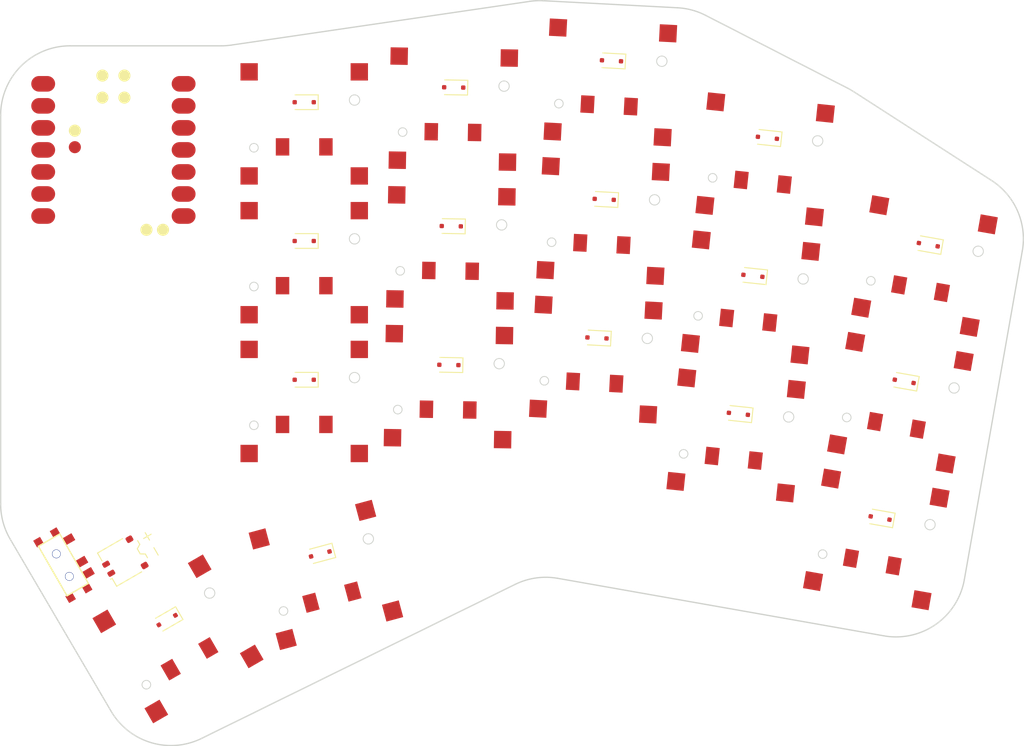
<source format=kicad_pcb>
(kicad_pcb (version 20171130) (host pcbnew 5.1.6)
  (title_block (title "splave-ferris_pg1316s_right_unrouted") (rev "v1.0.0") (company "Unknown"))
  (layers (0 F.Cu signal) (31 B.Cu signal) (34 B.Paste user) (35 F.Paste user) (36 B.SilkS user) (37 F.SilkS user) (38 B.Mask user) (39 F.Mask user) (44 Edge.Cuts user))
  (net 0 "")
  (net 1 "D3")
  (net 2 "mirror_pinky_bottom")
  (net 3 "mirror_pinky_home")
  (net 4 "mirror_pinky_top")
  (net 5 "D5")
  (net 6 "mirror_ring_bottom")
  (net 7 "mirror_ring_home")
  (net 8 "mirror_ring_top")
  (net 9 "D9")
  (net 10 "mirror_middle_bottom")
  (net 11 "mirror_middle_home")
  (net 12 "mirror_middle_top")
  (net 13 "D2")
  (net 14 "mirror_index_bottom")
  (net 15 "mirror_index_home")
  (net 16 "mirror_index_top")
  (net 17 "D1")
  (net 18 "mirror_inner_bottom")
  (net 19 "mirror_inner_home")
  (net 20 "mirror_inner_top")
  (net 21 "mirror_near_fan")
  (net 22 "mirror_far_fan")
  (net 23 "D4")
  (net 24 "D8")
  (net 25 "D10")
  (net 26 "D0")
  (net 27 "D6")
  (net 28 "D7")
  (net 29 "RAW3V3")
  (net 30 "RAW5V")
  (net 31 "CLK")
  (net 32 "DIO")
  (net 33 "GND")
  (net 34 "RST")
  (net 35 "BAT")
  (net 36 "NFC1")
  (net 37 "NFC2")
  (net 38 "BAT_P")
  (footprint "CPG1316S01D02_mikeholscher" (at 315.5892585 143.6773863 -10) (layer "F.Cu")
    (property "Reference" "S1" hide)
    (pad "1" smd rect (at -2.5 2.65 -10) (size 1.55 2) (layers "F.Cu" "F.Paste" "F.Mask") (net 2 "mirror_pinky_bottom"))
    (pad "2" smd rect (at 2.5 2.65 -10) (size 1.55 2) (layers "F.Cu" "F.Paste" "F.Mask") (net 1 "D3"))
    (pad "3" smd rect (at -6.35 -6 -10) (size 2 2) (layers "F.Cu" "F.Paste" "F.Mask"))
    (pad "3" smd rect (at -6.35 6 -10) (size 2 2) (layers "F.Cu" "F.Paste" "F.Mask"))
    (pad "3" smd rect (at 6.35 -6 -10) (size 2 2) (layers "F.Cu" "F.Paste" "F.Mask"))
    (pad "3" smd rect (at 6.35 6 -10) (size 2 2) (layers "F.Cu" "F.Paste" "F.Mask"))
    (fp_circle (center -5.8 2.75) (end -5.3 2.75) (stroke (width 0.1)) (fill none) (layer "Edge.Cuts"))
    (fp_circle (center 5.8 -2.75) (end 6.4 -2.75) (stroke (width 0.1)) (fill none) (layer "Edge.Cuts"))
  )
  (footprint "CPG1316S01D02_mikeholscher" (at 318.36762940000006 127.9204622 -10) (layer "F.Cu")
    (property "Reference" "S2" hide)
    (pad "1" smd rect (at -2.5 2.65 -10) (size 1.55 2) (layers "F.Cu" "F.Paste" "F.Mask") (net 3 "mirror_pinky_home"))
    (pad "2" smd rect (at 2.5 2.65 -10) (size 1.55 2) (layers "F.Cu" "F.Paste" "F.Mask") (net 1 "D3"))
    (pad "3" smd rect (at -6.35 -6 -10) (size 2 2) (layers "F.Cu" "F.Paste" "F.Mask"))
    (pad "3" smd rect (at -6.35 6 -10) (size 2 2) (layers "F.Cu" "F.Paste" "F.Mask"))
    (pad "3" smd rect (at 6.35 -6 -10) (size 2 2) (layers "F.Cu" "F.Paste" "F.Mask"))
    (pad "3" smd rect (at 6.35 6 -10) (size 2 2) (layers "F.Cu" "F.Paste" "F.Mask"))
    (fp_circle (center -5.8 2.75) (end -5.3 2.75) (stroke (width 0.1)) (fill none) (layer "Edge.Cuts"))
    (fp_circle (center 5.8 -2.75) (end 6.4 -2.75) (stroke (width 0.1)) (fill none) (layer "Edge.Cuts"))
  )
  (footprint "CPG1316S01D02_mikeholscher" (at 321.1460002 112.1635382 -10) (layer "F.Cu")
    (property "Reference" "S3" hide)
    (pad "1" smd rect (at -2.5 2.65 -10) (size 1.55 2) (layers "F.Cu" "F.Paste" "F.Mask") (net 4 "mirror_pinky_top"))
    (pad "2" smd rect (at 2.5 2.65 -10) (size 1.55 2) (layers "F.Cu" "F.Paste" "F.Mask") (net 1 "D3"))
    (pad "3" smd rect (at -6.35 -6 -10) (size 2 2) (layers "F.Cu" "F.Paste" "F.Mask"))
    (pad "3" smd rect (at -6.35 6 -10) (size 2 2) (layers "F.Cu" "F.Paste" "F.Mask"))
    (pad "3" smd rect (at 6.35 -6 -10) (size 2 2) (layers "F.Cu" "F.Paste" "F.Mask"))
    (pad "3" smd rect (at 6.35 6 -10) (size 2 2) (layers "F.Cu" "F.Paste" "F.Mask"))
    (fp_circle (center -5.8 2.75) (end -5.3 2.75) (stroke (width 0.1)) (fill none) (layer "Edge.Cuts"))
    (fp_circle (center 5.8 -2.75) (end 6.4 -2.75) (stroke (width 0.1)) (fill none) (layer "Edge.Cuts"))
  )
  (footprint "CPG1316S01D02_mikeholscher" (at 299.4255526 131.6884493 -6) (layer "F.Cu")
    (property "Reference" "S4" hide)
    (pad "1" smd rect (at -2.5 2.65 -6) (size 1.55 2) (layers "F.Cu" "F.Paste" "F.Mask") (net 6 "mirror_ring_bottom"))
    (pad "2" smd rect (at 2.5 2.65 -6) (size 1.55 2) (layers "F.Cu" "F.Paste" "F.Mask") (net 5 "D5"))
    (pad "3" smd rect (at -6.35 -6 -6) (size 2 2) (layers "F.Cu" "F.Paste" "F.Mask"))
    (pad "3" smd rect (at -6.35 6 -6) (size 2 2) (layers "F.Cu" "F.Paste" "F.Mask"))
    (pad "3" smd rect (at 6.35 -6 -6) (size 2 2) (layers "F.Cu" "F.Paste" "F.Mask"))
    (pad "3" smd rect (at 6.35 6 -6) (size 2 2) (layers "F.Cu" "F.Paste" "F.Mask"))
    (fp_circle (center -5.8 2.75) (end -5.3 2.75) (stroke (width 0.1)) (fill none) (layer "Edge.Cuts"))
    (fp_circle (center 5.8 -2.75) (end 6.4 -2.75) (stroke (width 0.1)) (fill none) (layer "Edge.Cuts"))
  )
  (footprint "CPG1316S01D02_mikeholscher" (at 301.09800800000005 115.776099 -6) (layer "F.Cu")
    (property "Reference" "S5" hide)
    (pad "1" smd rect (at -2.5 2.65 -6) (size 1.55 2) (layers "F.Cu" "F.Paste" "F.Mask") (net 7 "mirror_ring_home"))
    (pad "2" smd rect (at 2.5 2.65 -6) (size 1.55 2) (layers "F.Cu" "F.Paste" "F.Mask") (net 5 "D5"))
    (pad "3" smd rect (at -6.35 -6 -6) (size 2 2) (layers "F.Cu" "F.Paste" "F.Mask"))
    (pad "3" smd rect (at -6.35 6 -6) (size 2 2) (layers "F.Cu" "F.Paste" "F.Mask"))
    (pad "3" smd rect (at 6.35 -6 -6) (size 2 2) (layers "F.Cu" "F.Paste" "F.Mask"))
    (pad "3" smd rect (at 6.35 6 -6) (size 2 2) (layers "F.Cu" "F.Paste" "F.Mask"))
    (fp_circle (center -5.8 2.75) (end -5.3 2.75) (stroke (width 0.1)) (fill none) (layer "Edge.Cuts"))
    (fp_circle (center 5.8 -2.75) (end 6.4 -2.75) (stroke (width 0.1)) (fill none) (layer "Edge.Cuts"))
  )
  (footprint "CPG1316S01D02_mikeholscher" (at 302.77046340000004 99.8637486 -6) (layer "F.Cu")
    (property "Reference" "S6" hide)
    (pad "1" smd rect (at -2.5 2.65 -6) (size 1.55 2) (layers "F.Cu" "F.Paste" "F.Mask") (net 8 "mirror_ring_top"))
    (pad "2" smd rect (at 2.5 2.65 -6) (size 1.55 2) (layers "F.Cu" "F.Paste" "F.Mask") (net 5 "D5"))
    (pad "3" smd rect (at -6.35 -6 -6) (size 2 2) (layers "F.Cu" "F.Paste" "F.Mask"))
    (pad "3" smd rect (at -6.35 6 -6) (size 2 2) (layers "F.Cu" "F.Paste" "F.Mask"))
    (pad "3" smd rect (at 6.35 -6 -6) (size 2 2) (layers "F.Cu" "F.Paste" "F.Mask"))
    (pad "3" smd rect (at 6.35 6 -6) (size 2 2) (layers "F.Cu" "F.Paste" "F.Mask"))
    (fp_circle (center -5.8 2.75) (end -5.3 2.75) (stroke (width 0.1)) (fill none) (layer "Edge.Cuts"))
    (fp_circle (center 5.8 -2.75) (end 6.4 -2.75) (stroke (width 0.1)) (fill none) (layer "Edge.Cuts"))
  )
  (footprint "CPG1316S01D02_mikeholscher" (at 283.25037960000003 122.9498121 -3) (layer "F.Cu")
    (property "Reference" "S7" hide)
    (pad "1" smd rect (at -2.5 2.65 -3) (size 1.55 2) (layers "F.Cu" "F.Paste" "F.Mask") (net 10 "mirror_middle_bottom"))
    (pad "2" smd rect (at 2.5 2.65 -3) (size 1.55 2) (layers "F.Cu" "F.Paste" "F.Mask") (net 9 "D9"))
    (pad "3" smd rect (at -6.35 -6 -3) (size 2 2) (layers "F.Cu" "F.Paste" "F.Mask"))
    (pad "3" smd rect (at -6.35 6 -3) (size 2 2) (layers "F.Cu" "F.Paste" "F.Mask"))
    (pad "3" smd rect (at 6.35 -6 -3) (size 2 2) (layers "F.Cu" "F.Paste" "F.Mask"))
    (pad "3" smd rect (at 6.35 6 -3) (size 2 2) (layers "F.Cu" "F.Paste" "F.Mask"))
    (fp_circle (center -5.8 2.75) (end -5.3 2.75) (stroke (width 0.1)) (fill none) (layer "Edge.Cuts"))
    (fp_circle (center 5.8 -2.75) (end 6.4 -2.75) (stroke (width 0.1)) (fill none) (layer "Edge.Cuts"))
  )
  (footprint "CPG1316S01D02_mikeholscher" (at 284.08775490000005 106.9717396 -3) (layer "F.Cu")
    (property "Reference" "S8" hide)
    (pad "1" smd rect (at -2.5 2.65 -3) (size 1.55 2) (layers "F.Cu" "F.Paste" "F.Mask") (net 11 "mirror_middle_home"))
    (pad "2" smd rect (at 2.5 2.65 -3) (size 1.55 2) (layers "F.Cu" "F.Paste" "F.Mask") (net 9 "D9"))
    (pad "3" smd rect (at -6.35 -6 -3) (size 2 2) (layers "F.Cu" "F.Paste" "F.Mask"))
    (pad "3" smd rect (at -6.35 6 -3) (size 2 2) (layers "F.Cu" "F.Paste" "F.Mask"))
    (pad "3" smd rect (at 6.35 -6 -3) (size 2 2) (layers "F.Cu" "F.Paste" "F.Mask"))
    (pad "3" smd rect (at 6.35 6 -3) (size 2 2) (layers "F.Cu" "F.Paste" "F.Mask"))
    (fp_circle (center -5.8 2.75) (end -5.3 2.75) (stroke (width 0.1)) (fill none) (layer "Edge.Cuts"))
    (fp_circle (center 5.8 -2.75) (end 6.4 -2.75) (stroke (width 0.1)) (fill none) (layer "Edge.Cuts"))
  )
  (footprint "CPG1316S01D02_mikeholscher" (at 284.92513010000005 90.9936671 -3) (layer "F.Cu")
    (property "Reference" "S9" hide)
    (pad "1" smd rect (at -2.5 2.65 -3) (size 1.55 2) (layers "F.Cu" "F.Paste" "F.Mask") (net 12 "mirror_middle_top"))
    (pad "2" smd rect (at 2.5 2.65 -3) (size 1.55 2) (layers "F.Cu" "F.Paste" "F.Mask") (net 9 "D9"))
    (pad "3" smd rect (at -6.35 -6 -3) (size 2 2) (layers "F.Cu" "F.Paste" "F.Mask"))
    (pad "3" smd rect (at -6.35 6 -3) (size 2 2) (layers "F.Cu" "F.Paste" "F.Mask"))
    (pad "3" smd rect (at 6.35 -6 -3) (size 2 2) (layers "F.Cu" "F.Paste" "F.Mask"))
    (pad "3" smd rect (at 6.35 6 -3) (size 2 2) (layers "F.Cu" "F.Paste" "F.Mask"))
    (fp_circle (center -5.8 2.75) (end -5.3 2.75) (stroke (width 0.1)) (fill none) (layer "Edge.Cuts"))
    (fp_circle (center 5.8 -2.75) (end 6.4 -2.75) (stroke (width 0.1)) (fill none) (layer "Edge.Cuts"))
  )
  (footprint "CPG1316S01D02_mikeholscher" (at 266.2640596 126.0650863 -1) (layer "F.Cu")
    (property "Reference" "S10" hide)
    (pad "1" smd rect (at -2.5 2.65 -1) (size 1.55 2) (layers "F.Cu" "F.Paste" "F.Mask") (net 14 "mirror_index_bottom"))
    (pad "2" smd rect (at 2.5 2.65 -1) (size 1.55 2) (layers "F.Cu" "F.Paste" "F.Mask") (net 13 "D2"))
    (pad "3" smd rect (at -6.35 -6 -1) (size 2 2) (layers "F.Cu" "F.Paste" "F.Mask"))
    (pad "3" smd rect (at -6.35 6 -1) (size 2 2) (layers "F.Cu" "F.Paste" "F.Mask"))
    (pad "3" smd rect (at 6.35 -6 -1) (size 2 2) (layers "F.Cu" "F.Paste" "F.Mask"))
    (pad "3" smd rect (at 6.35 6 -1) (size 2 2) (layers "F.Cu" "F.Paste" "F.Mask"))
    (fp_circle (center -5.8 2.75) (end -5.3 2.75) (stroke (width 0.1)) (fill none) (layer "Edge.Cuts"))
    (fp_circle (center 5.8 -2.75) (end 6.4 -2.75) (stroke (width 0.1)) (fill none) (layer "Edge.Cuts"))
  )
  (footprint "CPG1316S01D02_mikeholscher" (at 266.5432982 110.0675232 -1) (layer "F.Cu")
    (property "Reference" "S11" hide)
    (pad "1" smd rect (at -2.5 2.65 -1) (size 1.55 2) (layers "F.Cu" "F.Paste" "F.Mask") (net 15 "mirror_index_home"))
    (pad "2" smd rect (at 2.5 2.65 -1) (size 1.55 2) (layers "F.Cu" "F.Paste" "F.Mask") (net 13 "D2"))
    (pad "3" smd rect (at -6.35 -6 -1) (size 2 2) (layers "F.Cu" "F.Paste" "F.Mask"))
    (pad "3" smd rect (at -6.35 6 -1) (size 2 2) (layers "F.Cu" "F.Paste" "F.Mask"))
    (pad "3" smd rect (at 6.35 -6 -1) (size 2 2) (layers "F.Cu" "F.Paste" "F.Mask"))
    (pad "3" smd rect (at 6.35 6 -1) (size 2 2) (layers "F.Cu" "F.Paste" "F.Mask"))
    (fp_circle (center -5.8 2.75) (end -5.3 2.75) (stroke (width 0.1)) (fill none) (layer "Edge.Cuts"))
    (fp_circle (center 5.8 -2.75) (end 6.4 -2.75) (stroke (width 0.1)) (fill none) (layer "Edge.Cuts"))
  )
  (footprint "CPG1316S01D02_mikeholscher" (at 266.8225367 94.0699601 -1) (layer "F.Cu")
    (property "Reference" "S12" hide)
    (pad "1" smd rect (at -2.5 2.65 -1) (size 1.55 2) (layers "F.Cu" "F.Paste" "F.Mask") (net 16 "mirror_index_top"))
    (pad "2" smd rect (at 2.5 2.65 -1) (size 1.55 2) (layers "F.Cu" "F.Paste" "F.Mask") (net 13 "D2"))
    (pad "3" smd rect (at -6.35 -6 -1) (size 2 2) (layers "F.Cu" "F.Paste" "F.Mask"))
    (pad "3" smd rect (at -6.35 6 -1) (size 2 2) (layers "F.Cu" "F.Paste" "F.Mask"))
    (pad "3" smd rect (at 6.35 -6 -1) (size 2 2) (layers "F.Cu" "F.Paste" "F.Mask"))
    (pad "3" smd rect (at 6.35 6 -1) (size 2 2) (layers "F.Cu" "F.Paste" "F.Mask"))
    (fp_circle (center -5.8 2.75) (end -5.3 2.75) (stroke (width 0.1)) (fill none) (layer "Edge.Cuts"))
    (fp_circle (center 5.8 -2.75) (end 6.4 -2.75) (stroke (width 0.1)) (fill none) (layer "Edge.Cuts"))
  )
  (footprint "CPG1316S01D02_mikeholscher" (at 249.631683 127.7750717 0) (layer "F.Cu")
    (property "Reference" "S13" hide)
    (pad "1" smd rect (at -2.5 2.65 0) (size 1.55 2) (layers "F.Cu" "F.Paste" "F.Mask") (net 18 "mirror_inner_bottom"))
    (pad "2" smd rect (at 2.5 2.65 0) (size 1.55 2) (layers "F.Cu" "F.Paste" "F.Mask") (net 17 "D1"))
    (pad "3" smd rect (at -6.35 -6 0) (size 2 2) (layers "F.Cu" "F.Paste" "F.Mask"))
    (pad "3" smd rect (at -6.35 6 0) (size 2 2) (layers "F.Cu" "F.Paste" "F.Mask"))
    (pad "3" smd rect (at 6.35 -6 0) (size 2 2) (layers "F.Cu" "F.Paste" "F.Mask"))
    (pad "3" smd rect (at 6.35 6 0) (size 2 2) (layers "F.Cu" "F.Paste" "F.Mask"))
    (fp_circle (center -5.8 2.75) (end -5.3 2.75) (stroke (width 0.1)) (fill none) (layer "Edge.Cuts"))
    (fp_circle (center 5.8 -2.75) (end 6.4 -2.75) (stroke (width 0.1)) (fill none) (layer "Edge.Cuts"))
  )
  (footprint "CPG1316S01D02_mikeholscher" (at 249.631683 111.7750717 0) (layer "F.Cu")
    (property "Reference" "S14" hide)
    (pad "1" smd rect (at -2.5 2.65 0) (size 1.55 2) (layers "F.Cu" "F.Paste" "F.Mask") (net 19 "mirror_inner_home"))
    (pad "2" smd rect (at 2.5 2.65 0) (size 1.55 2) (layers "F.Cu" "F.Paste" "F.Mask") (net 17 "D1"))
    (pad "3" smd rect (at -6.35 -6 0) (size 2 2) (layers "F.Cu" "F.Paste" "F.Mask"))
    (pad "3" smd rect (at -6.35 6 0) (size 2 2) (layers "F.Cu" "F.Paste" "F.Mask"))
    (pad "3" smd rect (at 6.35 -6 0) (size 2 2) (layers "F.Cu" "F.Paste" "F.Mask"))
    (pad "3" smd rect (at 6.35 6 0) (size 2 2) (layers "F.Cu" "F.Paste" "F.Mask"))
    (fp_circle (center -5.8 2.75) (end -5.3 2.75) (stroke (width 0.1)) (fill none) (layer "Edge.Cuts"))
    (fp_circle (center 5.8 -2.75) (end 6.4 -2.75) (stroke (width 0.1)) (fill none) (layer "Edge.Cuts"))
  )
  (footprint "CPG1316S01D02_mikeholscher" (at 249.63168310000003 95.7750718 0) (layer "F.Cu")
    (property "Reference" "S15" hide)
    (pad "1" smd rect (at -2.5 2.65 0) (size 1.55 2) (layers "F.Cu" "F.Paste" "F.Mask") (net 20 "mirror_inner_top"))
    (pad "2" smd rect (at 2.5 2.65 0) (size 1.55 2) (layers "F.Cu" "F.Paste" "F.Mask") (net 17 "D1"))
    (pad "3" smd rect (at -6.35 -6 0) (size 2 2) (layers "F.Cu" "F.Paste" "F.Mask"))
    (pad "3" smd rect (at -6.35 6 0) (size 2 2) (layers "F.Cu" "F.Paste" "F.Mask"))
    (pad "3" smd rect (at 6.35 -6 0) (size 2 2) (layers "F.Cu" "F.Paste" "F.Mask"))
    (pad "3" smd rect (at 6.35 6 0) (size 2 2) (layers "F.Cu" "F.Paste" "F.Mask"))
    (fp_circle (center -5.8 2.75) (end -5.3 2.75) (stroke (width 0.1)) (fill none) (layer "Edge.Cuts"))
    (fp_circle (center 5.8 -2.75) (end 6.4 -2.75) (stroke (width 0.1)) (fill none) (layer "Edge.Cuts"))
  )
  (footprint "CPG1316S01D02_mikeholscher" (at 252.131683 147.7750717 15) (layer "F.Cu")
    (property "Reference" "S16" hide)
    (pad "1" smd rect (at -2.5 2.65 15) (size 1.55 2) (layers "F.Cu" "F.Paste" "F.Mask") (net 21 "mirror_near_fan"))
    (pad "2" smd rect (at 2.5 2.65 15) (size 1.55 2) (layers "F.Cu" "F.Paste" "F.Mask") (net 13 "D2"))
    (pad "3" smd rect (at -6.35 -6 15) (size 2 2) (layers "F.Cu" "F.Paste" "F.Mask"))
    (pad "3" smd rect (at -6.35 6 15) (size 2 2) (layers "F.Cu" "F.Paste" "F.Mask"))
    (pad "3" smd rect (at 6.35 -6 15) (size 2 2) (layers "F.Cu" "F.Paste" "F.Mask"))
    (pad "3" smd rect (at 6.35 6 15) (size 2 2) (layers "F.Cu" "F.Paste" "F.Mask"))
    (fp_circle (center -5.8 2.75) (end -5.3 2.75) (stroke (width 0.1)) (fill none) (layer "Edge.Cuts"))
    (fp_circle (center 5.8 -2.75) (end 6.4 -2.75) (stroke (width 0.1)) (fill none) (layer "Edge.Cuts"))
  )
  (footprint "CPG1316S01D02_mikeholscher" (at 235.0787936 155.1482271 30) (layer "F.Cu")
    (property "Reference" "S17" hide)
    (pad "1" smd rect (at -2.5 2.65 30) (size 1.55 2) (layers "F.Cu" "F.Paste" "F.Mask") (net 22 "mirror_far_fan"))
    (pad "2" smd rect (at 2.5 2.65 30) (size 1.55 2) (layers "F.Cu" "F.Paste" "F.Mask") (net 17 "D1"))
    (pad "3" smd rect (at -6.35 -6 30) (size 2 2) (layers "F.Cu" "F.Paste" "F.Mask"))
    (pad "3" smd rect (at -6.35 6 30) (size 2 2) (layers "F.Cu" "F.Paste" "F.Mask"))
    (pad "3" smd rect (at 6.35 -6 30) (size 2 2) (layers "F.Cu" "F.Paste" "F.Mask"))
    (pad "3" smd rect (at 6.35 6 30) (size 2 2) (layers "F.Cu" "F.Paste" "F.Mask"))
    (fp_circle (center -5.8 2.75) (end -5.3 2.75) (stroke (width 0.1)) (fill none) (layer "Edge.Cuts"))
    (fp_circle (center 5.8 -2.75) (end 6.4 -2.75) (stroke (width 0.1)) (fill none) (layer "Edge.Cuts"))
  )
  (footprint "D_SOD-323F" (at 316.0233789 141.2153669 -190) (layer F.Cu)
    (property "Reference" "D1" hide)
    (pad "1" smd roundrect (at -1.1 0 -190) (size 0.5 0.5) (layers "F.Cu" "F.Mask" "F.Paste") (net 23 "D4"))
    (pad "2" smd roundrect (at 1.1 0 -190) (size 0.5 0.5) (layers "F.Cu" "F.Mask" "F.Paste") (net 2 "mirror_pinky_bottom"))
    (fp_line (start -1.61 -0.85) (end -1.61 0.85) (stroke (width 0.12)) (layer F.SilkS))
    (fp_line (start -1.61 -0.85) (end 1.05 -0.85) (stroke (width 0.12)) (layer F.SilkS))
    (fp_line (start -1.61 0.85) (end 1.05 0.85) (stroke (width 0.12)) (layer F.SilkS))
  )
  (footprint "D_SOD-323F" (at 318.80174980000004 125.4584428 -190) (layer F.Cu)
    (property "Reference" "D2" hide)
    (pad "1" smd roundrect (at -1.1 0 -190) (size 0.5 0.5) (layers "F.Cu" "F.Mask" "F.Paste") (net 24 "D8"))
    (pad "2" smd roundrect (at 1.1 0 -190) (size 0.5 0.5) (layers "F.Cu" "F.Mask" "F.Paste") (net 3 "mirror_pinky_home"))
    (fp_line (start -1.61 -0.85) (end -1.61 0.85) (stroke (width 0.12)) (layer F.SilkS))
    (fp_line (start -1.61 -0.85) (end 1.05 -0.85) (stroke (width 0.12)) (layer F.SilkS))
    (fp_line (start -1.61 0.85) (end 1.05 0.85) (stroke (width 0.12)) (layer F.SilkS))
  )
  (footprint "D_SOD-323F" (at 321.5801206 109.7015188 -190) (layer F.Cu)
    (property "Reference" "D3" hide)
    (pad "1" smd roundrect (at -1.1 0 -190) (size 0.5 0.5) (layers "F.Cu" "F.Mask" "F.Paste") (net 25 "D10"))
    (pad "2" smd roundrect (at 1.1 0 -190) (size 0.5 0.5) (layers "F.Cu" "F.Mask" "F.Paste") (net 4 "mirror_pinky_top"))
    (fp_line (start -1.61 -0.85) (end -1.61 0.85) (stroke (width 0.12)) (layer F.SilkS))
    (fp_line (start -1.61 -0.85) (end 1.05 -0.85) (stroke (width 0.12)) (layer F.SilkS))
    (fp_line (start -1.61 0.85) (end 1.05 0.85) (stroke (width 0.12)) (layer F.SilkS))
  )
  (footprint "D_SOD-323F" (at 299.6868738 129.2021446 -186) (layer F.Cu)
    (property "Reference" "D4" hide)
    (pad "1" smd roundrect (at -1.1 0 -186) (size 0.5 0.5) (layers "F.Cu" "F.Mask" "F.Paste") (net 23 "D4"))
    (pad "2" smd roundrect (at 1.1 0 -186) (size 0.5 0.5) (layers "F.Cu" "F.Mask" "F.Paste") (net 6 "mirror_ring_bottom"))
    (fp_line (start -1.61 -0.85) (end -1.61 0.85) (stroke (width 0.12)) (layer F.SilkS))
    (fp_line (start -1.61 -0.85) (end 1.05 -0.85) (stroke (width 0.12)) (layer F.SilkS))
    (fp_line (start -1.61 0.85) (end 1.05 0.85) (stroke (width 0.12)) (layer F.SilkS))
  )
  (footprint "D_SOD-323F" (at 301.35932920000005 113.2897943 -186) (layer F.Cu)
    (property "Reference" "D5" hide)
    (pad "1" smd roundrect (at -1.1 0 -186) (size 0.5 0.5) (layers "F.Cu" "F.Mask" "F.Paste") (net 24 "D8"))
    (pad "2" smd roundrect (at 1.1 0 -186) (size 0.5 0.5) (layers "F.Cu" "F.Mask" "F.Paste") (net 7 "mirror_ring_home"))
    (fp_line (start -1.61 -0.85) (end -1.61 0.85) (stroke (width 0.12)) (layer F.SilkS))
    (fp_line (start -1.61 -0.85) (end 1.05 -0.85) (stroke (width 0.12)) (layer F.SilkS))
    (fp_line (start -1.61 0.85) (end 1.05 0.85) (stroke (width 0.12)) (layer F.SilkS))
  )
  (footprint "D_SOD-323F" (at 303.03178460000004 97.37744389999999 -186) (layer F.Cu)
    (property "Reference" "D6" hide)
    (pad "1" smd roundrect (at -1.1 0 -186) (size 0.5 0.5) (layers "F.Cu" "F.Mask" "F.Paste") (net 25 "D10"))
    (pad "2" smd roundrect (at 1.1 0 -186) (size 0.5 0.5) (layers "F.Cu" "F.Mask" "F.Paste") (net 8 "mirror_ring_top"))
    (fp_line (start -1.61 -0.85) (end -1.61 0.85) (stroke (width 0.12)) (layer F.SilkS))
    (fp_line (start -1.61 -0.85) (end 1.05 -0.85) (stroke (width 0.12)) (layer F.SilkS))
    (fp_line (start -1.61 0.85) (end 1.05 0.85) (stroke (width 0.12)) (layer F.SilkS))
  )
  (footprint "D_SOD-323F" (at 283.38121950000004 120.45323830000001 -183) (layer F.Cu)
    (property "Reference" "D7" hide)
    (pad "1" smd roundrect (at -1.1 0 -183) (size 0.5 0.5) (layers "F.Cu" "F.Mask" "F.Paste") (net 23 "D4"))
    (pad "2" smd roundrect (at 1.1 0 -183) (size 0.5 0.5) (layers "F.Cu" "F.Mask" "F.Paste") (net 10 "mirror_middle_bottom"))
    (fp_line (start -1.61 -0.85) (end -1.61 0.85) (stroke (width 0.12)) (layer F.SilkS))
    (fp_line (start -1.61 -0.85) (end 1.05 -0.85) (stroke (width 0.12)) (layer F.SilkS))
    (fp_line (start -1.61 0.85) (end 1.05 0.85) (stroke (width 0.12)) (layer F.SilkS))
  )
  (footprint "D_SOD-323F" (at 284.21859480000006 104.47516580000001 -183) (layer F.Cu)
    (property "Reference" "D8" hide)
    (pad "1" smd roundrect (at -1.1 0 -183) (size 0.5 0.5) (layers "F.Cu" "F.Mask" "F.Paste") (net 24 "D8"))
    (pad "2" smd roundrect (at 1.1 0 -183) (size 0.5 0.5) (layers "F.Cu" "F.Mask" "F.Paste") (net 11 "mirror_middle_home"))
    (fp_line (start -1.61 -0.85) (end -1.61 0.85) (stroke (width 0.12)) (layer F.SilkS))
    (fp_line (start -1.61 -0.85) (end 1.05 -0.85) (stroke (width 0.12)) (layer F.SilkS))
    (fp_line (start -1.61 0.85) (end 1.05 0.85) (stroke (width 0.12)) (layer F.SilkS))
  )
  (footprint "D_SOD-323F" (at 285.05597000000006 88.49709329999999 -183) (layer F.Cu)
    (property "Reference" "D9" hide)
    (pad "1" smd roundrect (at -1.1 0 -183) (size 0.5 0.5) (layers "F.Cu" "F.Mask" "F.Paste") (net 25 "D10"))
    (pad "2" smd roundrect (at 1.1 0 -183) (size 0.5 0.5) (layers "F.Cu" "F.Mask" "F.Paste") (net 12 "mirror_middle_top"))
    (fp_line (start -1.61 -0.85) (end -1.61 0.85) (stroke (width 0.12)) (layer F.SilkS))
    (fp_line (start -1.61 -0.85) (end 1.05 -0.85) (stroke (width 0.12)) (layer F.SilkS))
    (fp_line (start -1.61 0.85) (end 1.05 0.85) (stroke (width 0.12)) (layer F.SilkS))
  )
  (footprint "D_SOD-323F" (at 266.3076906 123.5654671 -181) (layer F.Cu)
    (property "Reference" "D10" hide)
    (pad "1" smd roundrect (at -1.1 0 -181) (size 0.5 0.5) (layers "F.Cu" "F.Mask" "F.Paste") (net 23 "D4"))
    (pad "2" smd roundrect (at 1.1 0 -181) (size 0.5 0.5) (layers "F.Cu" "F.Mask" "F.Paste") (net 14 "mirror_index_bottom"))
    (fp_line (start -1.61 -0.85) (end -1.61 0.85) (stroke (width 0.12)) (layer F.SilkS))
    (fp_line (start -1.61 -0.85) (end 1.05 -0.85) (stroke (width 0.12)) (layer F.SilkS))
    (fp_line (start -1.61 0.85) (end 1.05 0.85) (stroke (width 0.12)) (layer F.SilkS))
  )
  (footprint "D_SOD-323F" (at 266.5869292 107.567904 -181) (layer F.Cu)
    (property "Reference" "D11" hide)
    (pad "1" smd roundrect (at -1.1 0 -181) (size 0.5 0.5) (layers "F.Cu" "F.Mask" "F.Paste") (net 24 "D8"))
    (pad "2" smd roundrect (at 1.1 0 -181) (size 0.5 0.5) (layers "F.Cu" "F.Mask" "F.Paste") (net 15 "mirror_index_home"))
    (fp_line (start -1.61 -0.85) (end -1.61 0.85) (stroke (width 0.12)) (layer F.SilkS))
    (fp_line (start -1.61 -0.85) (end 1.05 -0.85) (stroke (width 0.12)) (layer F.SilkS))
    (fp_line (start -1.61 0.85) (end 1.05 0.85) (stroke (width 0.12)) (layer F.SilkS))
  )
  (footprint "D_SOD-323F" (at 266.8661677 91.5703409 -181) (layer F.Cu)
    (property "Reference" "D12" hide)
    (pad "1" smd roundrect (at -1.1 0 -181) (size 0.5 0.5) (layers "F.Cu" "F.Mask" "F.Paste") (net 25 "D10"))
    (pad "2" smd roundrect (at 1.1 0 -181) (size 0.5 0.5) (layers "F.Cu" "F.Mask" "F.Paste") (net 16 "mirror_index_top"))
    (fp_line (start -1.61 -0.85) (end -1.61 0.85) (stroke (width 0.12)) (layer F.SilkS))
    (fp_line (start -1.61 -0.85) (end 1.05 -0.85) (stroke (width 0.12)) (layer F.SilkS))
    (fp_line (start -1.61 0.85) (end 1.05 0.85) (stroke (width 0.12)) (layer F.SilkS))
  )
  (footprint "D_SOD-323F" (at 249.631683 125.2750717 -180) (layer F.Cu)
    (property "Reference" "D13" hide)
    (pad "1" smd roundrect (at -1.1 0 -180) (size 0.5 0.5) (layers "F.Cu" "F.Mask" "F.Paste") (net 23 "D4"))
    (pad "2" smd roundrect (at 1.1 0 -180) (size 0.5 0.5) (layers "F.Cu" "F.Mask" "F.Paste") (net 18 "mirror_inner_bottom"))
    (fp_line (start -1.61 -0.85) (end -1.61 0.85) (stroke (width 0.12)) (layer F.SilkS))
    (fp_line (start -1.61 -0.85) (end 1.05 -0.85) (stroke (width 0.12)) (layer F.SilkS))
    (fp_line (start -1.61 0.85) (end 1.05 0.85) (stroke (width 0.12)) (layer F.SilkS))
  )
  (footprint "D_SOD-323F" (at 249.631683 109.2750717 -180) (layer F.Cu)
    (property "Reference" "D14" hide)
    (pad "1" smd roundrect (at -1.1 0 -180) (size 0.5 0.5) (layers "F.Cu" "F.Mask" "F.Paste") (net 24 "D8"))
    (pad "2" smd roundrect (at 1.1 0 -180) (size 0.5 0.5) (layers "F.Cu" "F.Mask" "F.Paste") (net 19 "mirror_inner_home"))
    (fp_line (start -1.61 -0.85) (end -1.61 0.85) (stroke (width 0.12)) (layer F.SilkS))
    (fp_line (start -1.61 -0.85) (end 1.05 -0.85) (stroke (width 0.12)) (layer F.SilkS))
    (fp_line (start -1.61 0.85) (end 1.05 0.85) (stroke (width 0.12)) (layer F.SilkS))
  )
  (footprint "D_SOD-323F" (at 249.63168310000003 93.2750718 -180) (layer F.Cu)
    (property "Reference" "D15" hide)
    (pad "1" smd roundrect (at -1.1 0 -180) (size 0.5 0.5) (layers "F.Cu" "F.Mask" "F.Paste") (net 25 "D10"))
    (pad "2" smd roundrect (at 1.1 0 -180) (size 0.5 0.5) (layers "F.Cu" "F.Mask" "F.Paste") (net 20 "mirror_inner_top"))
    (fp_line (start -1.61 -0.85) (end -1.61 0.85) (stroke (width 0.12)) (layer F.SilkS))
    (fp_line (start -1.61 -0.85) (end 1.05 -0.85) (stroke (width 0.12)) (layer F.SilkS))
    (fp_line (start -1.61 0.85) (end 1.05 0.85) (stroke (width 0.12)) (layer F.SilkS))
  )
  (footprint "D_SOD-323F" (at 251.4846354 145.3602571 -165) (layer F.Cu)
    (property "Reference" "D16" hide)
    (pad "1" smd roundrect (at -1.1 0 -165) (size 0.5 0.5) (layers "F.Cu" "F.Mask" "F.Paste") (net 26 "D0"))
    (pad "2" smd roundrect (at 1.1 0 -165) (size 0.5 0.5) (layers "F.Cu" "F.Mask" "F.Paste") (net 21 "mirror_near_fan"))
    (fp_line (start -1.61 -0.85) (end -1.61 0.85) (stroke (width 0.12)) (layer F.SilkS))
    (fp_line (start -1.61 -0.85) (end 1.05 -0.85) (stroke (width 0.12)) (layer F.SilkS))
    (fp_line (start -1.61 0.85) (end 1.05 0.85) (stroke (width 0.12)) (layer F.SilkS))
  )
  (footprint "D_SOD-323F" (at 233.8287936 152.9831636 -150) (layer F.Cu)
    (property "Reference" "D17" hide)
    (pad "1" smd roundrect (at -1.1 0 -150) (size 0.5 0.5) (layers "F.Cu" "F.Mask" "F.Paste") (net 26 "D0"))
    (pad "2" smd roundrect (at 1.1 0 -150) (size 0.5 0.5) (layers "F.Cu" "F.Mask" "F.Paste") (net 22 "mirror_far_fan"))
    (fp_line (start -1.61 -0.85) (end -1.61 0.85) (stroke (width 0.12)) (layer F.SilkS))
    (fp_line (start -1.61 -0.85) (end 1.05 -0.85) (stroke (width 0.12)) (layer F.SilkS))
    (fp_line (start -1.61 0.85) (end 1.05 0.85) (stroke (width 0.12)) (layer F.SilkS))
  )
  (footprint "xiao_smd" (layer "F.Cu") (at 227.63168310000003 98.7750718 0)
    (property "Reference" "MCU1" hide)
    (pad "1" smd oval (at -7.62 -7.62 180) (size 2.75 1.8) (drill (offset 0.475 0)) (layers "F.Cu" "F.Paste" "F.Mask") (net 26 "D0"))
    (pad "2" smd oval (at -7.62 -5.08 180) (size 2.75 1.8) (drill (offset 0.475 0)) (layers "F.Cu" "F.Paste" "F.Mask") (net 17 "D1"))
    (pad "3" smd oval (at -7.62 -2.54 180) (size 2.75 1.8) (drill (offset 0.475 0)) (layers "F.Cu" "F.Paste" "F.Mask") (net 13 "D2"))
    (pad "4" smd oval (at -7.62 0 180) (size 2.75 1.8) (drill (offset 0.475 0)) (layers "F.Cu" "F.Paste" "F.Mask") (net 1 "D3"))
    (pad "5" smd oval (at -7.62 2.54 180) (size 2.75 1.8) (drill (offset 0.475 0)) (layers "F.Cu" "F.Paste" "F.Mask") (net 23 "D4"))
    (pad "6" smd oval (at -7.62 5.08 180) (size 2.75 1.8) (drill (offset 0.475 0)) (layers "F.Cu" "F.Paste" "F.Mask") (net 5 "D5"))
    (pad "7" smd oval (at -7.62 7.62 180) (size 2.75 1.8) (drill (offset 0.475 0)) (layers "F.Cu" "F.Paste" "F.Mask") (net 27 "D6"))
    (pad "8" smd oval (at 7.62 7.62 0) (size 2.75 1.8) (drill (offset 0.475 0)) (layers "F.Cu" "F.Paste" "F.Mask") (net 28 "D7"))
    (pad "9" smd oval (at 7.62 5.08 0) (size 2.75 1.8) (drill (offset 0.475 0)) (layers "F.Cu" "F.Paste" "F.Mask") (net 24 "D8"))
    (pad "10" smd oval (at 7.62 2.54 0) (size 2.75 1.8) (drill (offset 0.475 0)) (layers "F.Cu" "F.Paste" "F.Mask") (net 9 "D9"))
    (pad "11" smd oval (at 7.62 0 0) (size 2.75 1.8) (drill (offset 0.475 0)) (layers "F.Cu" "F.Paste" "F.Mask") (net 25 "D10"))
    (pad "12" smd oval (at 7.62 -2.54 0) (size 2.75 1.8) (drill (offset 0.475 0)) (layers "F.Cu" "F.Paste" "F.Mask") (net 29 "RAW3V3"))
    (pad "13" smd oval (at 7.62 -5.08 0) (size 2.75 1.8) (drill (offset 0.475 0)) (layers "F.Cu" "F.Paste" "F.Mask") (net 33 "GND"))
    (pad "14" smd oval (at 7.62 -7.62 0) (size 2.75 1.8) (drill (offset 0.475 0)) (layers "F.Cu" "F.Paste" "F.Mask") (net 30 "RAW5V"))
    (pad "15" smd circle (at -1.27 -8.572 90) (size 1.397 1.397) (drill 1.016) (layers "F.SilkS") (net 31 "CLK"))
    (pad "16" smd circle (at 1.27 -8.572 90) (size 1.397 1.397) (drill 1.016) (layers "F.SilkS") (net 32 "DIO"))
    (pad "17" smd circle (at -1.27 -6.032 90) (size 1.397 1.397) (drill 1.016) (layers "F.SilkS") (net 34 "RST"))
    (pad "18" smd circle (at 1.27 -6.032 90) (size 1.397 1.397) (drill 1.016) (layers "F.SilkS") (net 33 "GND"))
    (pad "19" smd circle (at -4.445 -0.317 180) (size 1.397 1.397) (drill 1.016) (layers "F.Cu" "F.Paste" "F.Mask") (net 35 "BAT"))
    (pad "20" smd circle (at -4.445 -2.222 180) (size 1.397 1.397) (drill 1.016) (layers "F.SilkS") (net 33 "GND"))
    (pad "21" smd circle (at 3.81 9.208 180) (size 1.397 1.397) (drill 1.016) (layers "F.SilkS") (net 36 "NFC1"))
    (pad "22" smd circle (at 5.715 9.208 180) (size 1.397 1.397) (drill 1.016) (layers "F.SilkS") (net 37 "NFC2"))
  )
  (module E73:SPDT_C128955 (layer F.Cu) (at 221.8001094 146.64887140000002 120)
    (fp_text reference "T1" hide)
    (fp_text value "" hide)
    (fp_line (start 1.95 -1.35) (end -1.95 -1.35) (layer F.SilkS) (width 0.15))
    (fp_line (start 0 -1.35) (end -3.3 -1.35) (layer F.SilkS) (width 0.15))
    (fp_line (start -3.3 -1.35) (end -3.3 1.5) (layer F.SilkS) (width 0.15))
    (fp_line (start -3.3 1.5) (end 3.3 1.5) (layer F.SilkS) (width 0.15))
    (fp_line (start 3.3 1.5) (end 3.3 -1.35) (layer F.SilkS) (width 0.15))
    (fp_line (start 0 -1.35) (end 3.3 -1.35) (layer F.SilkS) (width 0.15))
    (pad "" np_thru_hole circle (at 1.5 0) (size 1 1) (drill 0.9) (layers *.Cu *.Mask))
    (pad "" np_thru_hole circle (at -1.5 0) (size 1 1) (drill 0.9) (layers *.Cu *.Mask))
    (pad 1 smd rect (at 2.25 2.075 120) (size 0.9 1.25) (layers F.Cu F.Paste F.Mask) (net 35 "BAT"))
    (pad 2 smd rect (at -0.75 2.075 120) (size 0.9 1.25) (layers F.Cu F.Paste F.Mask) (net 38 "BAT_P"))
    (pad 3 smd rect (at -2.25 2.075 120) (size 0.9 1.25) (layers F.Cu F.Paste F.Mask))
    (pad "" smd rect (at 3.7 -1.1 120) (size 0.9 0.9) (layers F.Cu F.Paste F.Mask))
    (pad "" smd rect (at 3.7 1.1 120) (size 0.9 0.9) (layers F.Cu F.Paste F.Mask))
    (pad "" smd rect (at -3.7 1.1 120) (size 0.9 0.9) (layers F.Cu F.Paste F.Mask))
    (pad "" smd rect (at -3.7 -1.1 120) (size 0.9 0.9) (layers F.Cu F.Paste F.Mask))
  )
  (footprint "ceoloide:battery_connector_molex_pico_ezmate_1x02" (layer "F.Cu") (at 228.7127682 146.12194770000002 120)
    (property "Reference" "CONN1" hide)
    (pad "" smd roundrect (at 1.75 1.9 120) (size 0.7 0.8) (layers "F.Cu" "F.Paste" "F.Mask"))
    (pad "" smd roundrect (at -1.75 1.9 120) (size 0.7 0.8) (layers "F.Cu" "F.Paste" "F.Mask"))
    (pad "2" smd roundrect (at 0.6 -1.875 120) (size 0.6 0.85) (layers "F.Cu" "F.Paste" "F.Mask") (net 38 "BAT_P"))
    (pad "1" smd roundrect (at -0.6 -1.875 120) (size 0.6 0.85) (layers "F.Cu" "F.Paste" "F.Mask") (net 33 "GND"))
    (fp_line (start 0.5 3.85) (end 1.5 3.85) (layer "F.SilkS") (stroke (width 0.12)))
    (fp_line (start 1 4.35) (end 1 3.35) (layer "F.SilkS") (stroke (width 0.12)))
    (fp_line (start -0.5 3.85) (end -1.5 3.85) (layer "F.SilkS") (stroke (width 0.12)))
    (fp_line (start 0.64 2.63) (end 1.14 2.63) (layer "F.SilkS") (stroke (width 0.12)))
    (fp_line (start 0.34 2.13) (end 0.64 2.63) (layer "F.SilkS") (stroke (width 0.12)))
    (fp_line (start -0.34 2.13) (end 0.34 2.13) (layer "F.SilkS") (stroke (width 0.12)))
    (fp_line (start -0.64 2.63) (end -0.34 2.13) (layer "F.SilkS") (stroke (width 0.12)))
    (fp_line (start -1.16 -2.09) (end -1.16 -2.3) (layer "F.SilkS") (stroke (width 0.12)))
    (fp_line (start -2.21 -2.09) (end -1.16 -2.09) (layer "F.SilkS") (stroke (width 0.12)))
    (fp_line (start -2.21 1.24) (end -2.21 -2.09) (layer "F.SilkS") (stroke (width 0.12)))
    (fp_line (start -1.14 2.63) (end -0.64 2.63) (layer "F.SilkS") (stroke (width 0.12)))
    (fp_line (start 2.21 -2.09) (end 1.16 -2.09) (layer "F.SilkS") (stroke (width 0.12)))
    (fp_line (start 2.21 1.24) (end 2.21 -2.09) (layer "F.SilkS") (stroke (width 0.12)))
  )
  (gr_line (start 215.73076813609347 143.64927160672323) (end 227.36688340614552 163.49159813591876) (angle 90) (layer Edge.Cuts) (width 0.15))
  (gr_line (start 237.79504086933315 166.62513047647815) (end 273.9468965436489 148.8662536552646) (angle 90) (layer Edge.Cuts) (width 0.15))
  (gr_line (start 278.8633245684953 148.16822067951227) (end 316.47131979204397 154.79952495762552) (angle 90) (layer Edge.Cuts) (width 0.15))
  (gr_line (start 325.73896729546874 148.31024850533117) (end 332.42153446665844 110.41152671591885) (angle 90) (layer Edge.Cuts) (width 0.15))
  (gr_line (start 328.8750562349394 102.29672478448298) (end 312.99247589120046 92.06672162951877) (angle 90) (layer Edge.Cuts) (width 0.15))
  (gr_line (start 312.3120735815539 91.67433595411096) (end 295.9070660627432 83.25846030279631) (angle 90) (layer Edge.Cuts) (width 0.15))
  (gr_line (start 292.6741726408332 82.38742610580213) (end 277.20115775743693 81.57651976644638) (angle 90) (layer Edge.Cuts) (width 0.15))
  (gr_line (start 275.6231089942711 81.65000919577446) (end 241.2082879934234 86.69061864894447) (angle 90) (layer Edge.Cuts) (width 0.15))
  (gr_line (start 240.0489272448411 86.7750718) (end 222.63168310000003 86.7750718) (angle 90) (layer Edge.Cuts) (width 0.15))
  (gr_line (start 214.63168310000003 94.7750718) (end 214.63168310000003 139.60237494517534) (angle 90) (layer Edge.Cuts) (width 0.15))
  (gr_arc (start 234.26779837005208 159.44470147437093) (end 227.36688337005208 163.49159817437092) (angle -85.77306174898868) (layer Edge.Cuts) (width 0.15))
  (gr_arc (start 277.47413904293 156.04668265737172) (end 278.86332454293 148.1682206573717) (angle -36.16165862873589) (layer Edge.Cuts) (width 0.15))
  (gr_arc (start 317.86050531760924 146.92106297976605) (end 316.47131981760924 154.79952497976606) (angle -90.00000000000102) (layer Edge.Cuts) (width 0.15))
  (gr_arc (start 324.54307248879894 109.0223411903537) (end 332.42153448879895 110.4115266903537) (angle -67.214330197919) (layer Edge.Cuts) (width 0.15))
  (gr_arc (start 308.66049214506006 98.79233803538942) (end 312.99247594506005 92.06672163538943) (angle -5.627551507846469) (layer Edge.Cuts) (width 0.15))
  (gr_arc (start 292.2554846262493 90.37646238407473) (end 295.9070660262493 83.25846038407472) (angle -24.15811647901257) (layer Edge.Cuts) (width 0.15))
  (gr_arc (start 276.7824697428531 89.56555604471896) (end 277.20115774285307 81.57651974471896) (angle -11.332654669551331) (layer Edge.Cuts) (width 0.15))
  (gr_arc (start 240.0489272448411 78.7750718) (end 240.0489272448411 86.7750718) (angle -8.332652061677209) (layer Edge.Cuts) (width 0.15))
  (gr_arc (start 222.63168310000003 94.7750718) (end 222.63168310000003 86.7750718) (angle -90) (layer Edge.Cuts) (width 0.15))
  (gr_arc (start 222.63168310000003 139.60237494517534) (end 214.63168310000003 139.60237494517534) (angle -30.388596087092083) (layer Edge.Cuts) (width 0.15))
)
</source>
